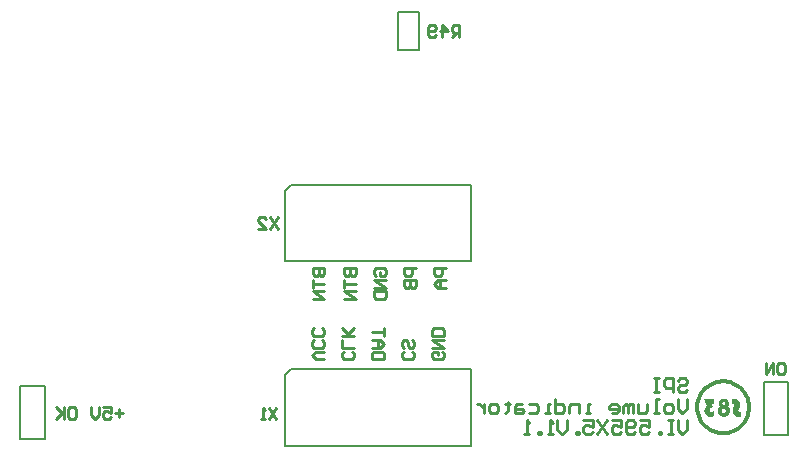
<source format=gbo>
G04 Layer_Color=32896*
%FSLAX44Y44*%
%MOMM*%
G71*
G01*
G75*
%ADD19C,0.3000*%
%ADD64C,0.2540*%
%ADD65C,0.2000*%
G36*
X292806Y-277035D02*
X293139Y-277059D01*
X293734Y-277201D01*
X294282Y-277392D01*
X294734Y-277606D01*
X294924Y-277725D01*
X295091Y-277844D01*
X295234Y-277939D01*
X295376Y-278034D01*
X295472Y-278106D01*
X295543Y-278177D01*
X295567Y-278201D01*
X295591Y-278225D01*
X295805Y-278463D01*
X295995Y-278701D01*
X296162Y-278962D01*
X296305Y-279224D01*
X296519Y-279748D01*
X296662Y-280224D01*
X296757Y-280652D01*
X296781Y-280843D01*
X296805Y-281009D01*
X296828Y-281128D01*
Y-281224D01*
Y-281295D01*
Y-281319D01*
X296805Y-281795D01*
X296709Y-282223D01*
X296590Y-282628D01*
X296424Y-282985D01*
X296281Y-283270D01*
X296162Y-283484D01*
X296067Y-283627D01*
X296043Y-283651D01*
Y-283675D01*
X296352Y-284008D01*
X296614Y-284317D01*
X296828Y-284627D01*
X296995Y-284889D01*
X297114Y-285103D01*
X297209Y-285270D01*
X297257Y-285365D01*
X297281Y-285412D01*
X297400Y-285722D01*
X297495Y-286055D01*
X297542Y-286388D01*
X297590Y-286697D01*
X297614Y-286959D01*
X297638Y-287150D01*
Y-287292D01*
Y-287316D01*
Y-287340D01*
X297614Y-287745D01*
X297566Y-288125D01*
X297495Y-288482D01*
X297400Y-288839D01*
X297162Y-289458D01*
X297043Y-289744D01*
X296900Y-289982D01*
X296757Y-290220D01*
X296638Y-290410D01*
X296495Y-290601D01*
X296400Y-290743D01*
X296305Y-290862D01*
X296233Y-290934D01*
X296186Y-290981D01*
X296162Y-291005D01*
X295876Y-291267D01*
X295567Y-291481D01*
X295257Y-291672D01*
X294948Y-291838D01*
X294639Y-291981D01*
X294329Y-292100D01*
X293734Y-292267D01*
X293449Y-292338D01*
X293211Y-292386D01*
X292997Y-292409D01*
X292806Y-292433D01*
X292640Y-292457D01*
X292425D01*
X292021Y-292433D01*
X291616Y-292386D01*
X291259Y-292314D01*
X290902Y-292219D01*
X290569Y-292124D01*
X290259Y-292005D01*
X289974Y-291862D01*
X289712Y-291719D01*
X289474Y-291600D01*
X289284Y-291457D01*
X289093Y-291338D01*
X288951Y-291219D01*
X288832Y-291148D01*
X288760Y-291077D01*
X288713Y-291029D01*
X288689Y-291005D01*
X288427Y-290720D01*
X288189Y-290434D01*
X287999Y-290125D01*
X287832Y-289815D01*
X287665Y-289506D01*
X287546Y-289196D01*
X287380Y-288625D01*
X287308Y-288363D01*
X287261Y-288102D01*
X287237Y-287887D01*
X287213Y-287697D01*
X287189Y-287554D01*
Y-287435D01*
Y-287364D01*
Y-287340D01*
X287213Y-286935D01*
X287237Y-286555D01*
X287308Y-286221D01*
X287356Y-285936D01*
X287427Y-285722D01*
X287499Y-285555D01*
X287523Y-285436D01*
X287546Y-285412D01*
X287689Y-285103D01*
X287880Y-284793D01*
X288094Y-284508D01*
X288308Y-284246D01*
X288498Y-284008D01*
X288665Y-283841D01*
X288760Y-283722D01*
X288808Y-283675D01*
X288546Y-283270D01*
X288332Y-282866D01*
X288189Y-282461D01*
X288094Y-282104D01*
X288046Y-281771D01*
X287999Y-281533D01*
Y-281438D01*
Y-281366D01*
Y-281343D01*
Y-281319D01*
X288022Y-280962D01*
X288046Y-280652D01*
X288189Y-280033D01*
X288403Y-279510D01*
X288617Y-279058D01*
X288855Y-278701D01*
X288974Y-278558D01*
X289070Y-278439D01*
X289141Y-278344D01*
X289212Y-278272D01*
X289236Y-278249D01*
X289260Y-278225D01*
X289498Y-278011D01*
X289760Y-277820D01*
X290021Y-277654D01*
X290283Y-277511D01*
X290807Y-277297D01*
X291307Y-277154D01*
X291759Y-277082D01*
X291949Y-277059D01*
X292116Y-277035D01*
X292259Y-277011D01*
X292449D01*
X292806Y-277035D01*
D02*
G37*
G36*
X283762Y-281604D02*
X282144D01*
X283239Y-284532D01*
X282786Y-284555D01*
X282382Y-284627D01*
X282025Y-284698D01*
X281739Y-284793D01*
X281501Y-284912D01*
X281335Y-284984D01*
X281216Y-285055D01*
X281192Y-285079D01*
X280930Y-285293D01*
X280740Y-285531D01*
X280597Y-285769D01*
X280502Y-286007D01*
X280454Y-286221D01*
X280406Y-286388D01*
Y-286483D01*
Y-286531D01*
X280430Y-286816D01*
X280478Y-287078D01*
X280573Y-287316D01*
X280668Y-287507D01*
X280763Y-287673D01*
X280859Y-287792D01*
X280906Y-287864D01*
X280930Y-287887D01*
X281144Y-288054D01*
X281358Y-288197D01*
X281573Y-288292D01*
X281763Y-288340D01*
X281953Y-288387D01*
X282096Y-288411D01*
X282215D01*
X282477Y-288387D01*
X282763Y-288316D01*
X283024Y-288221D01*
X283286Y-288125D01*
X283500Y-288030D01*
X283667Y-287935D01*
X283786Y-287864D01*
X283834Y-287840D01*
Y-292005D01*
X283381Y-292148D01*
X282929Y-292267D01*
X282501Y-292338D01*
X282120Y-292409D01*
X281787Y-292433D01*
X281549Y-292457D01*
X281335D01*
X280906Y-292433D01*
X280502Y-292386D01*
X280121Y-292314D01*
X279764Y-292219D01*
X279431Y-292124D01*
X279121Y-292005D01*
X278812Y-291862D01*
X278550Y-291719D01*
X278312Y-291600D01*
X278098Y-291457D01*
X277907Y-291338D01*
X277765Y-291219D01*
X277646Y-291148D01*
X277550Y-291077D01*
X277503Y-291029D01*
X277479Y-291005D01*
X277194Y-290720D01*
X276956Y-290434D01*
X276741Y-290125D01*
X276575Y-289839D01*
X276408Y-289530D01*
X276289Y-289220D01*
X276099Y-288673D01*
X276027Y-288411D01*
X275980Y-288173D01*
X275956Y-287959D01*
X275932Y-287768D01*
X275908Y-287626D01*
Y-287507D01*
Y-287435D01*
Y-287411D01*
X275932Y-286888D01*
X276003Y-286436D01*
X276099Y-286007D01*
X276194Y-285650D01*
X276313Y-285365D01*
X276408Y-285151D01*
X276479Y-285008D01*
X276503Y-284960D01*
X276765Y-284579D01*
X277051Y-284222D01*
X277360Y-283889D01*
X277669Y-283603D01*
X277955Y-283365D01*
X278169Y-283175D01*
X278264Y-283127D01*
X278336Y-283080D01*
X278360Y-283032D01*
X278383D01*
X275980Y-277368D01*
X283762D01*
Y-281604D01*
D02*
G37*
G36*
X301588Y-277035D02*
X301945Y-277082D01*
X302302Y-277154D01*
X302635Y-277249D01*
X303230Y-277487D01*
X303516Y-277630D01*
X303754Y-277773D01*
X303968Y-277915D01*
X304182Y-278058D01*
X304349Y-278177D01*
X304492Y-278296D01*
X304611Y-278391D01*
X304682Y-278463D01*
X304730Y-278510D01*
X304754Y-278534D01*
X305015Y-278820D01*
X305230Y-279129D01*
X305444Y-279415D01*
X305610Y-279724D01*
X305753Y-280033D01*
X305872Y-280319D01*
X306039Y-280890D01*
X306110Y-281128D01*
X306158Y-281366D01*
X306182Y-281581D01*
X306205Y-281747D01*
X306229Y-281914D01*
Y-282009D01*
Y-282080D01*
Y-282104D01*
X306182Y-282747D01*
X306086Y-283365D01*
X305920Y-283937D01*
X305729Y-284460D01*
X305658Y-284698D01*
X305563Y-284912D01*
X305468Y-285103D01*
X305396Y-285246D01*
X305349Y-285389D01*
X305301Y-285484D01*
X305253Y-285531D01*
Y-285555D01*
X305039Y-285936D01*
X304896Y-286245D01*
X304777Y-286483D01*
X304706Y-286674D01*
X304658Y-286793D01*
X304635Y-286888D01*
Y-286935D01*
Y-286959D01*
X304658Y-287150D01*
X304706Y-287292D01*
X304825Y-287554D01*
X304920Y-287649D01*
X304968Y-287721D01*
X305015Y-287768D01*
X305039Y-287792D01*
X305182Y-287887D01*
X305349Y-287959D01*
X305658Y-288054D01*
X305801Y-288078D01*
X305896Y-288102D01*
X305991D01*
X306182Y-288078D01*
X306372Y-288030D01*
X306705Y-287911D01*
X306872Y-287840D01*
X306991Y-287768D01*
X307062Y-287745D01*
X307086Y-287721D01*
Y-292005D01*
X306705Y-292148D01*
X306324Y-292267D01*
X305967Y-292338D01*
X305658Y-292409D01*
X305372Y-292433D01*
X305182Y-292457D01*
X304992D01*
X304587Y-292433D01*
X304206Y-292386D01*
X303825Y-292314D01*
X303492Y-292219D01*
X302850Y-291981D01*
X302564Y-291862D01*
X302302Y-291719D01*
X302088Y-291576D01*
X301874Y-291457D01*
X301707Y-291315D01*
X301541Y-291219D01*
X301422Y-291124D01*
X301350Y-291053D01*
X301303Y-291005D01*
X301279Y-290981D01*
X301017Y-290696D01*
X300779Y-290410D01*
X300565Y-290101D01*
X300375Y-289791D01*
X300232Y-289482D01*
X300113Y-289196D01*
X299922Y-288625D01*
X299851Y-288363D01*
X299803Y-288125D01*
X299779Y-287911D01*
X299756Y-287721D01*
X299732Y-287578D01*
Y-287459D01*
Y-287388D01*
Y-287364D01*
X299779Y-286816D01*
X299875Y-286269D01*
X300018Y-285746D01*
X300184Y-285293D01*
X300375Y-284889D01*
X300446Y-284722D01*
X300517Y-284579D01*
X300565Y-284460D01*
X300613Y-284389D01*
X300660Y-284341D01*
Y-284317D01*
X300993Y-283746D01*
X301112Y-283508D01*
X301207Y-283270D01*
X301279Y-283080D01*
X301326Y-282937D01*
X301350Y-282794D01*
X301374Y-282699D01*
Y-282652D01*
Y-282628D01*
X301350Y-282437D01*
X301326Y-282271D01*
X301255Y-282128D01*
X301184Y-281985D01*
X301136Y-281890D01*
X301065Y-281819D01*
X301041Y-281771D01*
X301017Y-281747D01*
X300874Y-281628D01*
X300732Y-281533D01*
X300589Y-281462D01*
X300446Y-281414D01*
X300327Y-281390D01*
X300232Y-281366D01*
X300065D01*
X299946Y-281390D01*
X299708Y-281438D01*
X299589Y-281462D01*
X299494Y-281485D01*
X299446Y-281509D01*
X299422D01*
Y-277320D01*
X299756Y-277225D01*
X300065Y-277130D01*
X300375Y-277082D01*
X300636Y-277059D01*
X300874Y-277035D01*
X301041Y-277011D01*
X301207D01*
X301588Y-277035D01*
D02*
G37*
%LPC*%
G36*
X292544Y-280176D02*
X292473D01*
X292283Y-280200D01*
X292116Y-280224D01*
X291973Y-280295D01*
X291830Y-280343D01*
X291735Y-280414D01*
X291664Y-280486D01*
X291616Y-280509D01*
X291592Y-280533D01*
X291473Y-280676D01*
X291378Y-280819D01*
X291331Y-280962D01*
X291283Y-281105D01*
X291259Y-281224D01*
X291235Y-281295D01*
Y-281366D01*
Y-281390D01*
X291259Y-281581D01*
X291283Y-281723D01*
X291402Y-282009D01*
X291473Y-282104D01*
X291545Y-282176D01*
X291569Y-282223D01*
X291592Y-282247D01*
X291735Y-282366D01*
X291878Y-282461D01*
X292021Y-282509D01*
X292140Y-282556D01*
X292259Y-282580D01*
X292354Y-282604D01*
X292425D01*
X292616Y-282580D01*
X292782Y-282556D01*
X292949Y-282509D01*
X293068Y-282437D01*
X293163Y-282366D01*
X293235Y-282318D01*
X293282Y-282295D01*
X293306Y-282271D01*
X293425Y-282128D01*
X293496Y-281985D01*
X293591Y-281676D01*
X293615Y-281557D01*
X293639Y-281462D01*
Y-281390D01*
Y-281366D01*
X293615Y-281200D01*
X293591Y-281033D01*
X293472Y-280771D01*
X293401Y-280676D01*
X293354Y-280605D01*
X293330Y-280557D01*
X293306Y-280533D01*
X293163Y-280414D01*
X293020Y-280319D01*
X292878Y-280271D01*
X292759Y-280224D01*
X292640Y-280200D01*
X292544Y-280176D01*
D02*
G37*
G36*
Y-285650D02*
X292425D01*
X292164Y-285674D01*
X291926Y-285722D01*
X291711Y-285817D01*
X291545Y-285912D01*
X291402Y-286007D01*
X291283Y-286103D01*
X291211Y-286150D01*
X291188Y-286174D01*
X290997Y-286388D01*
X290878Y-286578D01*
X290783Y-286793D01*
X290712Y-286983D01*
X290664Y-287150D01*
X290640Y-287292D01*
Y-287388D01*
Y-287411D01*
X290664Y-287697D01*
X290712Y-287935D01*
X290807Y-288173D01*
X290902Y-288363D01*
X290997Y-288506D01*
X291092Y-288625D01*
X291140Y-288697D01*
X291164Y-288720D01*
X291354Y-288887D01*
X291569Y-289030D01*
X291783Y-289125D01*
X291973Y-289173D01*
X292164Y-289220D01*
X292306Y-289244D01*
X292425D01*
X292711Y-289220D01*
X292949Y-289173D01*
X293187Y-289077D01*
X293354Y-288982D01*
X293520Y-288887D01*
X293615Y-288792D01*
X293687Y-288744D01*
X293710Y-288720D01*
X293877Y-288506D01*
X293996Y-288292D01*
X294091Y-288078D01*
X294139Y-287864D01*
X294186Y-287697D01*
X294210Y-287530D01*
Y-287435D01*
Y-287411D01*
X294186Y-287150D01*
X294139Y-286912D01*
X294044Y-286697D01*
X293948Y-286531D01*
X293853Y-286388D01*
X293758Y-286269D01*
X293710Y-286198D01*
X293687Y-286174D01*
X293472Y-286007D01*
X293258Y-285865D01*
X293068Y-285769D01*
X292854Y-285722D01*
X292687Y-285674D01*
X292544Y-285650D01*
D02*
G37*
%LPD*%
D19*
X313846Y-284480D02*
X313697Y-281926D01*
X313253Y-279407D01*
X312519Y-276956D01*
X311506Y-274606D01*
X310227Y-272391D01*
X308699Y-270339D01*
X306943Y-268478D01*
X304984Y-266833D01*
X302846Y-265427D01*
X300560Y-264279D01*
X298156Y-263404D01*
X295666Y-262814D01*
X293125Y-262517D01*
X290567D01*
X288026Y-262814D01*
X285536Y-263404D01*
X283132Y-264279D01*
X280846Y-265427D01*
X278708Y-266833D01*
X276749Y-268478D01*
X274993Y-270339D01*
X273465Y-272391D01*
X272186Y-274606D01*
X271173Y-276956D01*
X270439Y-279407D01*
X269995Y-281926D01*
X269846Y-284480D01*
X269995Y-287034D01*
X270439Y-289554D01*
X271173Y-292004D01*
X272186Y-294354D01*
X273465Y-296569D01*
X274993Y-298621D01*
X276749Y-300482D01*
X278708Y-302127D01*
X280846Y-303533D01*
X283132Y-304681D01*
X285536Y-305556D01*
X288026Y-306146D01*
X290567Y-306443D01*
X293125D01*
X295666Y-306146D01*
X298156Y-305556D01*
X300560Y-304681D01*
X302846Y-303533D01*
X304984Y-302127D01*
X306943Y-300482D01*
X308699Y-298621D01*
X310227Y-296569D01*
X311506Y-294354D01*
X312519Y-292005D01*
X313253Y-289554D01*
X313697Y-287034D01*
X313846Y-284480D01*
D64*
X68580Y29210D02*
Y39207D01*
X63582D01*
X61915Y37541D01*
Y34208D01*
X63582Y32542D01*
X68580D01*
X65248D02*
X61915Y29210D01*
X53585D02*
Y39207D01*
X58583Y34208D01*
X51919D01*
X48586Y30876D02*
X46920Y29210D01*
X43588D01*
X41922Y30876D01*
Y37541D01*
X43588Y39207D01*
X46920D01*
X48586Y37541D01*
Y35875D01*
X46920Y34208D01*
X41922D01*
X-85090Y-123353D02*
X-91755Y-133350D01*
Y-123353D02*
X-85090Y-133350D01*
X-101751D02*
X-95087D01*
X-101751Y-126685D01*
Y-125019D01*
X-100085Y-123353D01*
X-96753D01*
X-95087Y-125019D01*
X-86360Y-284643D02*
X-93025Y-294640D01*
Y-284643D02*
X-86360Y-294640D01*
X-96357D02*
X-99689D01*
X-98023D01*
Y-284643D01*
X-96357Y-286309D01*
X339426Y-246543D02*
X342758D01*
X344424Y-248209D01*
Y-254874D01*
X342758Y-256540D01*
X339426D01*
X337760Y-254874D01*
Y-248209D01*
X339426Y-246543D01*
X334427Y-256540D02*
Y-246543D01*
X327763Y-256540D01*
Y-246543D01*
X-216408Y-289134D02*
X-223072D01*
X-219740Y-285801D02*
Y-292466D01*
X-233069Y-284135D02*
X-226405D01*
Y-289134D01*
X-229737Y-287467D01*
X-231403D01*
X-233069Y-289134D01*
Y-292466D01*
X-231403Y-294132D01*
X-228071D01*
X-226405Y-292466D01*
X-236402Y-284135D02*
Y-290800D01*
X-239734Y-294132D01*
X-243066Y-290800D01*
Y-284135D01*
X-261394D02*
X-258061D01*
X-256395Y-285801D01*
Y-292466D01*
X-258061Y-294132D01*
X-261394D01*
X-263060Y-292466D01*
Y-285801D01*
X-261394Y-284135D01*
X-266392D02*
Y-294132D01*
Y-290800D01*
X-273056Y-284135D01*
X-268058Y-289134D01*
X-273056Y-294132D01*
X253369Y-261783D02*
X255368Y-259784D01*
X259367D01*
X261366Y-261783D01*
Y-263783D01*
X259367Y-265782D01*
X255368D01*
X253369Y-267781D01*
Y-269781D01*
X255368Y-271780D01*
X259367D01*
X261366Y-269781D01*
X249370Y-271780D02*
Y-259784D01*
X243372D01*
X241373Y-261783D01*
Y-265782D01*
X243372Y-267781D01*
X249370D01*
X237374Y-259784D02*
X233375D01*
X235374D01*
Y-271780D01*
X237374D01*
X233375D01*
X261366Y-277564D02*
Y-285561D01*
X257367Y-289560D01*
X253369Y-285561D01*
Y-277564D01*
X247370Y-289560D02*
X243372D01*
X241373Y-287561D01*
Y-283562D01*
X243372Y-281563D01*
X247370D01*
X249370Y-283562D01*
Y-287561D01*
X247370Y-289560D01*
X237374D02*
X233375D01*
X235374D01*
Y-277564D01*
X237374D01*
X227377Y-281563D02*
Y-287561D01*
X225378Y-289560D01*
X219380D01*
Y-281563D01*
X215381Y-289560D02*
Y-281563D01*
X213382D01*
X211382Y-283562D01*
Y-289560D01*
Y-283562D01*
X209383Y-281563D01*
X207383Y-283562D01*
Y-289560D01*
X197387D02*
X201385D01*
X203385Y-287561D01*
Y-283562D01*
X201385Y-281563D01*
X197387D01*
X195387Y-283562D01*
Y-285561D01*
X203385D01*
X179393Y-289560D02*
X175394D01*
X177393D01*
Y-281563D01*
X179393D01*
X169396Y-289560D02*
Y-281563D01*
X163398D01*
X161398Y-283562D01*
Y-289560D01*
X149402Y-277564D02*
Y-289560D01*
X155400D01*
X157400Y-287561D01*
Y-283562D01*
X155400Y-281563D01*
X149402D01*
X145403Y-289560D02*
X141405D01*
X143404D01*
Y-281563D01*
X145403D01*
X127409D02*
X133407D01*
X135407Y-283562D01*
Y-287561D01*
X133407Y-289560D01*
X127409D01*
X121411Y-281563D02*
X117413D01*
X115413Y-283562D01*
Y-289560D01*
X121411D01*
X123411Y-287561D01*
X121411Y-285561D01*
X115413D01*
X109415Y-279563D02*
Y-281563D01*
X111414D01*
X107416D01*
X109415D01*
Y-287561D01*
X107416Y-289560D01*
X99418D02*
X95420D01*
X93420Y-287561D01*
Y-283562D01*
X95420Y-281563D01*
X99418D01*
X101418Y-283562D01*
Y-287561D01*
X99418Y-289560D01*
X89422Y-281563D02*
Y-289560D01*
Y-285561D01*
X87422Y-283562D01*
X85423Y-281563D01*
X83424D01*
X261366Y-295344D02*
Y-303341D01*
X257367Y-307340D01*
X253369Y-303341D01*
Y-295344D01*
X249370D02*
X245371D01*
X247370D01*
Y-307340D01*
X249370D01*
X245371D01*
X239373D02*
Y-305341D01*
X237374D01*
Y-307340D01*
X239373D01*
X221379Y-295344D02*
X229376D01*
Y-301342D01*
X225378Y-299343D01*
X223378D01*
X221379Y-301342D01*
Y-305341D01*
X223378Y-307340D01*
X227377D01*
X229376Y-305341D01*
X217380D02*
X215381Y-307340D01*
X211382D01*
X209383Y-305341D01*
Y-297343D01*
X211382Y-295344D01*
X215381D01*
X217380Y-297343D01*
Y-299343D01*
X215381Y-301342D01*
X209383D01*
X197387Y-295344D02*
X205384D01*
Y-301342D01*
X201385Y-299343D01*
X199386D01*
X197387Y-301342D01*
Y-305341D01*
X199386Y-307340D01*
X203385D01*
X205384Y-305341D01*
X193388Y-295344D02*
X185391Y-307340D01*
Y-295344D02*
X193388Y-307340D01*
X173394Y-295344D02*
X181392D01*
Y-301342D01*
X177393Y-299343D01*
X175394D01*
X173394Y-301342D01*
Y-305341D01*
X175394Y-307340D01*
X179393D01*
X181392Y-305341D01*
X169396Y-307340D02*
Y-305341D01*
X167396D01*
Y-307340D01*
X169396D01*
X159399Y-295344D02*
Y-303341D01*
X155400Y-307340D01*
X151402Y-303341D01*
Y-295344D01*
X147403Y-307340D02*
X143404D01*
X145403D01*
Y-295344D01*
X147403Y-297343D01*
X137406Y-307340D02*
Y-305341D01*
X135407D01*
Y-307340D01*
X137406D01*
X127409D02*
X123411D01*
X125410D01*
Y-295344D01*
X127409Y-297343D01*
X-55717Y-166370D02*
X-45720D01*
Y-171368D01*
X-47386Y-173034D01*
X-49052D01*
X-50718Y-171368D01*
Y-166370D01*
Y-171368D01*
X-52385Y-173034D01*
X-54051D01*
X-55717Y-171368D01*
Y-166370D01*
Y-176367D02*
Y-183031D01*
Y-179699D01*
X-45720D01*
Y-186364D02*
X-55717D01*
X-45720Y-193028D01*
X-55717D01*
X-29047Y-166370D02*
X-19050D01*
Y-171368D01*
X-20716Y-173034D01*
X-22382D01*
X-24048Y-171368D01*
Y-166370D01*
Y-171368D01*
X-25714Y-173034D01*
X-27381D01*
X-29047Y-171368D01*
Y-166370D01*
Y-176367D02*
Y-183031D01*
Y-179699D01*
X-19050D01*
Y-186364D02*
X-29047D01*
X-19050Y-193028D01*
X-29047D01*
X-1981Y-173034D02*
X-3647Y-171368D01*
Y-168036D01*
X-1981Y-166370D01*
X4684D01*
X6350Y-168036D01*
Y-171368D01*
X4684Y-173034D01*
X1352D01*
Y-169702D01*
X6350Y-176367D02*
X-3647D01*
X6350Y-183031D01*
X-3647D01*
Y-186364D02*
X6350D01*
Y-191362D01*
X4684Y-193028D01*
X-1981D01*
X-3647Y-191362D01*
Y-186364D01*
X57150Y-166370D02*
X47153D01*
Y-171368D01*
X48819Y-173034D01*
X52152D01*
X53818Y-171368D01*
Y-166370D01*
X57150Y-176367D02*
X50486D01*
X47153Y-179699D01*
X50486Y-183031D01*
X57150D01*
X52152D01*
Y-176367D01*
X31750Y-166370D02*
X21753D01*
Y-171368D01*
X23419Y-173034D01*
X26752D01*
X28418Y-171368D01*
Y-166370D01*
X21753Y-176367D02*
X31750D01*
Y-181365D01*
X30084Y-183031D01*
X28418D01*
X26752Y-181365D01*
Y-176367D01*
Y-181365D01*
X25085Y-183031D01*
X23419D01*
X21753Y-181365D01*
Y-176367D01*
X-45883Y-243840D02*
X-52548D01*
X-55880Y-240508D01*
X-52548Y-237176D01*
X-45883D01*
X-47549Y-227179D02*
X-45883Y-228845D01*
Y-232177D01*
X-47549Y-233843D01*
X-54214D01*
X-55880Y-232177D01*
Y-228845D01*
X-54214Y-227179D01*
X-47549Y-217182D02*
X-45883Y-218848D01*
Y-222180D01*
X-47549Y-223846D01*
X-54214D01*
X-55880Y-222180D01*
Y-218848D01*
X-54214Y-217182D01*
X-22149Y-237176D02*
X-20483Y-238842D01*
Y-242174D01*
X-22149Y-243840D01*
X-28814D01*
X-30480Y-242174D01*
Y-238842D01*
X-28814Y-237176D01*
X-20483Y-233843D02*
X-30480D01*
Y-227179D01*
X-20483Y-223846D02*
X-30480D01*
X-27148D01*
X-20483Y-217182D01*
X-25482Y-222180D01*
X-30480Y-217182D01*
X4917Y-243840D02*
X-5080D01*
Y-238842D01*
X-3414Y-237176D01*
X3251D01*
X4917Y-238842D01*
Y-243840D01*
X-5080Y-233843D02*
X1585D01*
X4917Y-230511D01*
X1585Y-227179D01*
X-5080D01*
X-82D01*
Y-233843D01*
X4917Y-223846D02*
Y-217182D01*
Y-220514D01*
X-5080D01*
X28651Y-237176D02*
X30317Y-238842D01*
Y-242174D01*
X28651Y-243840D01*
X21986D01*
X20320Y-242174D01*
Y-238842D01*
X21986Y-237176D01*
X28651Y-227179D02*
X30317Y-228845D01*
Y-232177D01*
X28651Y-233843D01*
X26985D01*
X25318Y-232177D01*
Y-228845D01*
X23652Y-227179D01*
X21986D01*
X20320Y-228845D01*
Y-232177D01*
X21986Y-233843D01*
X54051Y-237176D02*
X55717Y-238842D01*
Y-242174D01*
X54051Y-243840D01*
X47386D01*
X45720Y-242174D01*
Y-238842D01*
X47386Y-237176D01*
X50718D01*
Y-240508D01*
X45720Y-233843D02*
X55717D01*
X45720Y-227179D01*
X55717D01*
Y-223846D02*
X45720D01*
Y-218848D01*
X47386Y-217182D01*
X54051D01*
X55717Y-218848D01*
Y-223846D01*
D65*
X326050Y-308250D02*
Y-263250D01*
X347050D01*
Y-308250D02*
Y-263250D01*
X326050Y-308250D02*
X347050D01*
X-303108Y-311044D02*
Y-266044D01*
X-282108D01*
Y-311044D02*
Y-266044D01*
X-303108Y-311044D02*
X-282108D01*
X16256Y50038D02*
X34544Y50038D01*
X16256Y18288D02*
Y50038D01*
Y18288D02*
X34544D01*
Y50038D01*
X-78740Y-160890D02*
X78740D01*
X-73660Y-96120D02*
X78740D01*
X-78740Y-101200D02*
X-73660Y-96120D01*
X-78740Y-160890D02*
Y-101200D01*
X78740Y-160890D02*
Y-96120D01*
Y-317100D02*
Y-252330D01*
X-78740Y-317100D02*
Y-257410D01*
X-73660Y-252330D01*
X78740D01*
X-78740Y-317100D02*
X78740D01*
M02*

</source>
